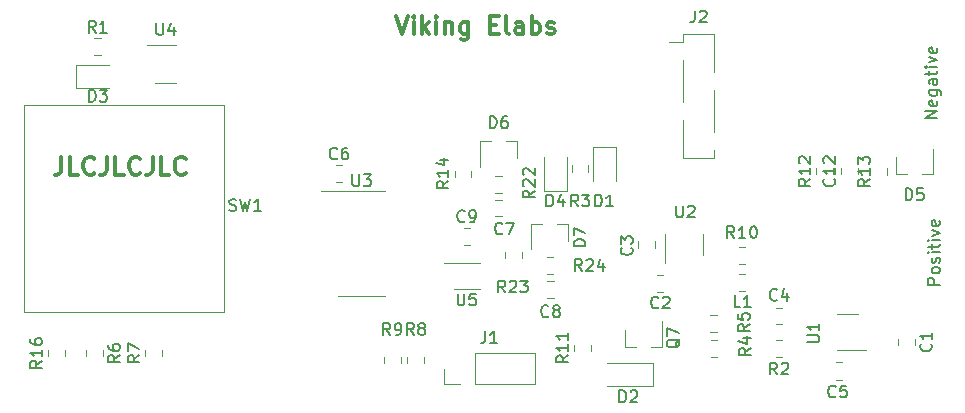
<source format=gbr>
G04 #@! TF.GenerationSoftware,KiCad,Pcbnew,(5.1.8)-1*
G04 #@! TF.CreationDate,2021-02-26T20:20:08+01:00*
G04 #@! TF.ProjectId,_Spot,b553706f-742e-46b6-9963-61645f706362,rev?*
G04 #@! TF.SameCoordinates,Original*
G04 #@! TF.FileFunction,Legend,Top*
G04 #@! TF.FilePolarity,Positive*
%FSLAX46Y46*%
G04 Gerber Fmt 4.6, Leading zero omitted, Abs format (unit mm)*
G04 Created by KiCad (PCBNEW (5.1.8)-1) date 2021-02-26 20:20:08*
%MOMM*%
%LPD*%
G01*
G04 APERTURE LIST*
%ADD10C,0.300000*%
%ADD11C,0.150000*%
%ADD12C,0.120000*%
G04 APERTURE END LIST*
D10*
X99700000Y-90878571D02*
X99700000Y-91950000D01*
X99628571Y-92164285D01*
X99485714Y-92307142D01*
X99271428Y-92378571D01*
X99128571Y-92378571D01*
X101128571Y-92378571D02*
X100414285Y-92378571D01*
X100414285Y-90878571D01*
X102485714Y-92235714D02*
X102414285Y-92307142D01*
X102200000Y-92378571D01*
X102057142Y-92378571D01*
X101842857Y-92307142D01*
X101700000Y-92164285D01*
X101628571Y-92021428D01*
X101557142Y-91735714D01*
X101557142Y-91521428D01*
X101628571Y-91235714D01*
X101700000Y-91092857D01*
X101842857Y-90950000D01*
X102057142Y-90878571D01*
X102200000Y-90878571D01*
X102414285Y-90950000D01*
X102485714Y-91021428D01*
X103557142Y-90878571D02*
X103557142Y-91950000D01*
X103485714Y-92164285D01*
X103342857Y-92307142D01*
X103128571Y-92378571D01*
X102985714Y-92378571D01*
X104985714Y-92378571D02*
X104271428Y-92378571D01*
X104271428Y-90878571D01*
X106342857Y-92235714D02*
X106271428Y-92307142D01*
X106057142Y-92378571D01*
X105914285Y-92378571D01*
X105700000Y-92307142D01*
X105557142Y-92164285D01*
X105485714Y-92021428D01*
X105414285Y-91735714D01*
X105414285Y-91521428D01*
X105485714Y-91235714D01*
X105557142Y-91092857D01*
X105700000Y-90950000D01*
X105914285Y-90878571D01*
X106057142Y-90878571D01*
X106271428Y-90950000D01*
X106342857Y-91021428D01*
X107414285Y-90878571D02*
X107414285Y-91950000D01*
X107342857Y-92164285D01*
X107200000Y-92307142D01*
X106985714Y-92378571D01*
X106842857Y-92378571D01*
X108842857Y-92378571D02*
X108128571Y-92378571D01*
X108128571Y-90878571D01*
X110200000Y-92235714D02*
X110128571Y-92307142D01*
X109914285Y-92378571D01*
X109771428Y-92378571D01*
X109557142Y-92307142D01*
X109414285Y-92164285D01*
X109342857Y-92021428D01*
X109271428Y-91735714D01*
X109271428Y-91521428D01*
X109342857Y-91235714D01*
X109414285Y-91092857D01*
X109557142Y-90950000D01*
X109771428Y-90878571D01*
X109914285Y-90878571D01*
X110128571Y-90950000D01*
X110200000Y-91021428D01*
X128014285Y-78978571D02*
X128514285Y-80478571D01*
X129014285Y-78978571D01*
X129514285Y-80478571D02*
X129514285Y-79478571D01*
X129514285Y-78978571D02*
X129442857Y-79050000D01*
X129514285Y-79121428D01*
X129585714Y-79050000D01*
X129514285Y-78978571D01*
X129514285Y-79121428D01*
X130228571Y-80478571D02*
X130228571Y-78978571D01*
X130371428Y-79907142D02*
X130800000Y-80478571D01*
X130800000Y-79478571D02*
X130228571Y-80050000D01*
X131442857Y-80478571D02*
X131442857Y-79478571D01*
X131442857Y-78978571D02*
X131371428Y-79050000D01*
X131442857Y-79121428D01*
X131514285Y-79050000D01*
X131442857Y-78978571D01*
X131442857Y-79121428D01*
X132157142Y-79478571D02*
X132157142Y-80478571D01*
X132157142Y-79621428D02*
X132228571Y-79550000D01*
X132371428Y-79478571D01*
X132585714Y-79478571D01*
X132728571Y-79550000D01*
X132800000Y-79692857D01*
X132800000Y-80478571D01*
X134157142Y-79478571D02*
X134157142Y-80692857D01*
X134085714Y-80835714D01*
X134014285Y-80907142D01*
X133871428Y-80978571D01*
X133657142Y-80978571D01*
X133514285Y-80907142D01*
X134157142Y-80407142D02*
X134014285Y-80478571D01*
X133728571Y-80478571D01*
X133585714Y-80407142D01*
X133514285Y-80335714D01*
X133442857Y-80192857D01*
X133442857Y-79764285D01*
X133514285Y-79621428D01*
X133585714Y-79550000D01*
X133728571Y-79478571D01*
X134014285Y-79478571D01*
X134157142Y-79550000D01*
X136014285Y-79692857D02*
X136514285Y-79692857D01*
X136728571Y-80478571D02*
X136014285Y-80478571D01*
X136014285Y-78978571D01*
X136728571Y-78978571D01*
X137585714Y-80478571D02*
X137442857Y-80407142D01*
X137371428Y-80264285D01*
X137371428Y-78978571D01*
X138800000Y-80478571D02*
X138800000Y-79692857D01*
X138728571Y-79550000D01*
X138585714Y-79478571D01*
X138300000Y-79478571D01*
X138157142Y-79550000D01*
X138800000Y-80407142D02*
X138657142Y-80478571D01*
X138300000Y-80478571D01*
X138157142Y-80407142D01*
X138085714Y-80264285D01*
X138085714Y-80121428D01*
X138157142Y-79978571D01*
X138300000Y-79907142D01*
X138657142Y-79907142D01*
X138800000Y-79835714D01*
X139514285Y-80478571D02*
X139514285Y-78978571D01*
X139514285Y-79550000D02*
X139657142Y-79478571D01*
X139942857Y-79478571D01*
X140085714Y-79550000D01*
X140157142Y-79621428D01*
X140228571Y-79764285D01*
X140228571Y-80192857D01*
X140157142Y-80335714D01*
X140085714Y-80407142D01*
X139942857Y-80478571D01*
X139657142Y-80478571D01*
X139514285Y-80407142D01*
X140800000Y-80407142D02*
X140942857Y-80478571D01*
X141228571Y-80478571D01*
X141371428Y-80407142D01*
X141442857Y-80264285D01*
X141442857Y-80192857D01*
X141371428Y-80050000D01*
X141228571Y-79978571D01*
X141014285Y-79978571D01*
X140871428Y-79907142D01*
X140800000Y-79764285D01*
X140800000Y-79692857D01*
X140871428Y-79550000D01*
X141014285Y-79478571D01*
X141228571Y-79478571D01*
X141371428Y-79550000D01*
D11*
X173852380Y-87552380D02*
X172852380Y-87552380D01*
X173852380Y-86980952D01*
X172852380Y-86980952D01*
X173804761Y-86123809D02*
X173852380Y-86219047D01*
X173852380Y-86409523D01*
X173804761Y-86504761D01*
X173709523Y-86552380D01*
X173328571Y-86552380D01*
X173233333Y-86504761D01*
X173185714Y-86409523D01*
X173185714Y-86219047D01*
X173233333Y-86123809D01*
X173328571Y-86076190D01*
X173423809Y-86076190D01*
X173519047Y-86552380D01*
X173185714Y-85219047D02*
X173995238Y-85219047D01*
X174090476Y-85266666D01*
X174138095Y-85314285D01*
X174185714Y-85409523D01*
X174185714Y-85552380D01*
X174138095Y-85647619D01*
X173804761Y-85219047D02*
X173852380Y-85314285D01*
X173852380Y-85504761D01*
X173804761Y-85600000D01*
X173757142Y-85647619D01*
X173661904Y-85695238D01*
X173376190Y-85695238D01*
X173280952Y-85647619D01*
X173233333Y-85600000D01*
X173185714Y-85504761D01*
X173185714Y-85314285D01*
X173233333Y-85219047D01*
X173852380Y-84314285D02*
X173328571Y-84314285D01*
X173233333Y-84361904D01*
X173185714Y-84457142D01*
X173185714Y-84647619D01*
X173233333Y-84742857D01*
X173804761Y-84314285D02*
X173852380Y-84409523D01*
X173852380Y-84647619D01*
X173804761Y-84742857D01*
X173709523Y-84790476D01*
X173614285Y-84790476D01*
X173519047Y-84742857D01*
X173471428Y-84647619D01*
X173471428Y-84409523D01*
X173423809Y-84314285D01*
X173185714Y-83980952D02*
X173185714Y-83600000D01*
X172852380Y-83838095D02*
X173709523Y-83838095D01*
X173804761Y-83790476D01*
X173852380Y-83695238D01*
X173852380Y-83600000D01*
X173852380Y-83266666D02*
X173185714Y-83266666D01*
X172852380Y-83266666D02*
X172900000Y-83314285D01*
X172947619Y-83266666D01*
X172900000Y-83219047D01*
X172852380Y-83266666D01*
X172947619Y-83266666D01*
X173185714Y-82885714D02*
X173852380Y-82647619D01*
X173185714Y-82409523D01*
X173804761Y-81647619D02*
X173852380Y-81742857D01*
X173852380Y-81933333D01*
X173804761Y-82028571D01*
X173709523Y-82076190D01*
X173328571Y-82076190D01*
X173233333Y-82028571D01*
X173185714Y-81933333D01*
X173185714Y-81742857D01*
X173233333Y-81647619D01*
X173328571Y-81600000D01*
X173423809Y-81600000D01*
X173519047Y-82076190D01*
X174052380Y-101690476D02*
X173052380Y-101690476D01*
X173052380Y-101309523D01*
X173100000Y-101214285D01*
X173147619Y-101166666D01*
X173242857Y-101119047D01*
X173385714Y-101119047D01*
X173480952Y-101166666D01*
X173528571Y-101214285D01*
X173576190Y-101309523D01*
X173576190Y-101690476D01*
X174052380Y-100547619D02*
X174004761Y-100642857D01*
X173957142Y-100690476D01*
X173861904Y-100738095D01*
X173576190Y-100738095D01*
X173480952Y-100690476D01*
X173433333Y-100642857D01*
X173385714Y-100547619D01*
X173385714Y-100404761D01*
X173433333Y-100309523D01*
X173480952Y-100261904D01*
X173576190Y-100214285D01*
X173861904Y-100214285D01*
X173957142Y-100261904D01*
X174004761Y-100309523D01*
X174052380Y-100404761D01*
X174052380Y-100547619D01*
X174004761Y-99833333D02*
X174052380Y-99738095D01*
X174052380Y-99547619D01*
X174004761Y-99452380D01*
X173909523Y-99404761D01*
X173861904Y-99404761D01*
X173766666Y-99452380D01*
X173719047Y-99547619D01*
X173719047Y-99690476D01*
X173671428Y-99785714D01*
X173576190Y-99833333D01*
X173528571Y-99833333D01*
X173433333Y-99785714D01*
X173385714Y-99690476D01*
X173385714Y-99547619D01*
X173433333Y-99452380D01*
X174052380Y-98976190D02*
X173385714Y-98976190D01*
X173052380Y-98976190D02*
X173100000Y-99023809D01*
X173147619Y-98976190D01*
X173100000Y-98928571D01*
X173052380Y-98976190D01*
X173147619Y-98976190D01*
X173385714Y-98642857D02*
X173385714Y-98261904D01*
X173052380Y-98500000D02*
X173909523Y-98500000D01*
X174004761Y-98452380D01*
X174052380Y-98357142D01*
X174052380Y-98261904D01*
X174052380Y-97928571D02*
X173385714Y-97928571D01*
X173052380Y-97928571D02*
X173100000Y-97976190D01*
X173147619Y-97928571D01*
X173100000Y-97880952D01*
X173052380Y-97928571D01*
X173147619Y-97928571D01*
X173385714Y-97547619D02*
X174052380Y-97309523D01*
X173385714Y-97071428D01*
X174004761Y-96309523D02*
X174052380Y-96404761D01*
X174052380Y-96595238D01*
X174004761Y-96690476D01*
X173909523Y-96738095D01*
X173528571Y-96738095D01*
X173433333Y-96690476D01*
X173385714Y-96595238D01*
X173385714Y-96404761D01*
X173433333Y-96309523D01*
X173528571Y-96261904D01*
X173623809Y-96261904D01*
X173719047Y-96738095D01*
D12*
X109400000Y-81390000D02*
X106950000Y-81390000D01*
X107600000Y-84610000D02*
X109400000Y-84610000D01*
X147420000Y-106960000D02*
X147420000Y-105500000D01*
X150580000Y-106960000D02*
X150580000Y-104800000D01*
X150580000Y-106960000D02*
X149650000Y-106960000D01*
X147420000Y-106960000D02*
X148350000Y-106960000D01*
X106790000Y-107773752D02*
X106790000Y-107251248D01*
X108210000Y-107773752D02*
X108210000Y-107251248D01*
X101790000Y-107773752D02*
X101790000Y-107251248D01*
X103210000Y-107773752D02*
X103210000Y-107251248D01*
X125100000Y-102635000D02*
X127050000Y-102635000D01*
X125100000Y-102635000D02*
X123150000Y-102635000D01*
X125100000Y-93765000D02*
X127050000Y-93765000D01*
X125100000Y-93765000D02*
X121650000Y-93765000D01*
X135100000Y-102100000D02*
X132900000Y-102100000D01*
X135100000Y-99900000D02*
X132100000Y-99900000D01*
X140788748Y-99340000D02*
X141311252Y-99340000D01*
X140788748Y-100760000D02*
X141311252Y-100760000D01*
X138710000Y-98913748D02*
X138710000Y-99436252D01*
X137290000Y-98913748D02*
X137290000Y-99436252D01*
X136438748Y-92490000D02*
X136961252Y-92490000D01*
X136438748Y-93910000D02*
X136961252Y-93910000D01*
X132990000Y-92561252D02*
X132990000Y-92038748D01*
X134410000Y-92561252D02*
X134410000Y-92038748D01*
X139810000Y-110130000D02*
X139810000Y-107470000D01*
X134670000Y-110130000D02*
X139810000Y-110130000D01*
X134670000Y-107470000D02*
X139810000Y-107470000D01*
X134670000Y-110130000D02*
X134670000Y-107470000D01*
X133400000Y-110130000D02*
X132070000Y-110130000D01*
X132070000Y-110130000D02*
X132070000Y-108800000D01*
X142580000Y-96540000D02*
X141650000Y-96540000D01*
X139420000Y-96540000D02*
X140350000Y-96540000D01*
X139420000Y-96540000D02*
X139420000Y-98700000D01*
X142580000Y-96540000D02*
X142580000Y-98000000D01*
X138280000Y-89540000D02*
X137350000Y-89540000D01*
X135120000Y-89540000D02*
X136050000Y-89540000D01*
X135120000Y-89540000D02*
X135120000Y-91700000D01*
X138280000Y-89540000D02*
X138280000Y-91000000D01*
X133738748Y-96890000D02*
X134261252Y-96890000D01*
X133738748Y-98310000D02*
X134261252Y-98310000D01*
X140838748Y-101390000D02*
X141361252Y-101390000D01*
X140838748Y-102810000D02*
X141361252Y-102810000D01*
X136438748Y-94490000D02*
X136961252Y-94490000D01*
X136438748Y-95910000D02*
X136961252Y-95910000D01*
X165238748Y-108265000D02*
X165761252Y-108265000D01*
X165238748Y-109735000D02*
X165761252Y-109735000D01*
X171985000Y-106288748D02*
X171985000Y-106811252D01*
X170515000Y-106288748D02*
X170515000Y-106811252D01*
X154010000Y-99200000D02*
X154010000Y-97400000D01*
X150790000Y-97400000D02*
X150790000Y-99850000D01*
X143065000Y-107277064D02*
X143065000Y-106822936D01*
X144535000Y-107277064D02*
X144535000Y-106822936D01*
X149750000Y-110300000D02*
X149750000Y-108300000D01*
X149750000Y-108300000D02*
X145900000Y-108300000D01*
X149750000Y-110300000D02*
X145900000Y-110300000D01*
X167130000Y-104190000D02*
X165370000Y-104190000D01*
X165370000Y-107260000D02*
X167800000Y-107260000D01*
X157088748Y-98540000D02*
X157611252Y-98540000D01*
X157088748Y-99960000D02*
X157611252Y-99960000D01*
X140540000Y-90870000D02*
X140540000Y-93730000D01*
X140540000Y-93730000D02*
X142460000Y-93730000D01*
X142460000Y-93730000D02*
X142460000Y-90870000D01*
X103762500Y-83090000D02*
X100902500Y-83090000D01*
X100902500Y-83090000D02*
X100902500Y-85010000D01*
X100902500Y-85010000D02*
X103762500Y-85010000D01*
X146620000Y-92920000D02*
X146620000Y-90060000D01*
X146620000Y-90060000D02*
X144700000Y-90060000D01*
X144700000Y-90060000D02*
X144700000Y-92920000D01*
X160188748Y-106390000D02*
X160711252Y-106390000D01*
X160188748Y-107810000D02*
X160711252Y-107810000D01*
X96500000Y-95000000D02*
X96500000Y-86500000D01*
X96500000Y-86500000D02*
X113500000Y-86500000D01*
X113500000Y-86500000D02*
X113500000Y-104000000D01*
X113500000Y-104000000D02*
X96500000Y-104000000D01*
X96500000Y-104000000D02*
X96500000Y-95000000D01*
X99960000Y-107238748D02*
X99960000Y-107761252D01*
X98540000Y-107238748D02*
X98540000Y-107761252D01*
X168190000Y-92373752D02*
X168190000Y-91851248D01*
X169610000Y-92373752D02*
X169610000Y-91851248D01*
X163590000Y-92361252D02*
X163590000Y-91838748D01*
X165010000Y-92361252D02*
X165010000Y-91838748D01*
X126990000Y-108361252D02*
X126990000Y-107838748D01*
X128410000Y-108361252D02*
X128410000Y-107838748D01*
X128990000Y-108361252D02*
X128990000Y-107838748D01*
X130410000Y-108361252D02*
X130410000Y-107838748D01*
X155161252Y-105710000D02*
X154638748Y-105710000D01*
X155161252Y-104290000D02*
X154638748Y-104290000D01*
X154688748Y-106390000D02*
X155211252Y-106390000D01*
X154688748Y-107810000D02*
X155211252Y-107810000D01*
X142900000Y-92131252D02*
X142900000Y-91608748D01*
X144320000Y-92131252D02*
X144320000Y-91608748D01*
X102488748Y-80840000D02*
X103011252Y-80840000D01*
X102488748Y-82260000D02*
X103011252Y-82260000D01*
X157611252Y-102210000D02*
X157088748Y-102210000D01*
X157611252Y-100790000D02*
X157088748Y-100790000D01*
X152320000Y-80490000D02*
X154980000Y-80490000D01*
X154980000Y-80490000D02*
X154980000Y-83700000D01*
X154980000Y-85220000D02*
X154980000Y-88780000D01*
X154980000Y-90300000D02*
X154980000Y-90970000D01*
X152320000Y-90970000D02*
X154980000Y-90970000D01*
X152320000Y-80490000D02*
X152320000Y-81160000D01*
X152320000Y-82680000D02*
X152320000Y-86240000D01*
X152320000Y-87760000D02*
X152320000Y-90970000D01*
X151110000Y-81160000D02*
X152320000Y-81160000D01*
X165690000Y-92361252D02*
X165690000Y-91838748D01*
X167110000Y-92361252D02*
X167110000Y-91838748D01*
X122938748Y-91590000D02*
X123461252Y-91590000D01*
X122938748Y-93010000D02*
X123461252Y-93010000D01*
X160711252Y-105060000D02*
X160188748Y-105060000D01*
X160711252Y-103640000D02*
X160188748Y-103640000D01*
X149960000Y-98038748D02*
X149960000Y-98561252D01*
X148540000Y-98038748D02*
X148540000Y-98561252D01*
X150661252Y-102310000D02*
X150138748Y-102310000D01*
X150661252Y-100890000D02*
X150138748Y-100890000D01*
X170320000Y-92360000D02*
X171250000Y-92360000D01*
X173480000Y-92360000D02*
X172550000Y-92360000D01*
X173480000Y-92360000D02*
X173480000Y-90200000D01*
X170320000Y-92360000D02*
X170320000Y-90900000D01*
D11*
X107738095Y-79552380D02*
X107738095Y-80361904D01*
X107785714Y-80457142D01*
X107833333Y-80504761D01*
X107928571Y-80552380D01*
X108119047Y-80552380D01*
X108214285Y-80504761D01*
X108261904Y-80457142D01*
X108309523Y-80361904D01*
X108309523Y-79552380D01*
X109214285Y-79885714D02*
X109214285Y-80552380D01*
X108976190Y-79504761D02*
X108738095Y-80219047D01*
X109357142Y-80219047D01*
X152047619Y-106295238D02*
X152000000Y-106390476D01*
X151904761Y-106485714D01*
X151761904Y-106628571D01*
X151714285Y-106723809D01*
X151714285Y-106819047D01*
X151952380Y-106771428D02*
X151904761Y-106866666D01*
X151809523Y-106961904D01*
X151619047Y-107009523D01*
X151285714Y-107009523D01*
X151095238Y-106961904D01*
X151000000Y-106866666D01*
X150952380Y-106771428D01*
X150952380Y-106580952D01*
X151000000Y-106485714D01*
X151095238Y-106390476D01*
X151285714Y-106342857D01*
X151619047Y-106342857D01*
X151809523Y-106390476D01*
X151904761Y-106485714D01*
X151952380Y-106580952D01*
X151952380Y-106771428D01*
X150952380Y-106009523D02*
X150952380Y-105342857D01*
X151952380Y-105771428D01*
X106302380Y-107679166D02*
X105826190Y-108012500D01*
X106302380Y-108250595D02*
X105302380Y-108250595D01*
X105302380Y-107869642D01*
X105350000Y-107774404D01*
X105397619Y-107726785D01*
X105492857Y-107679166D01*
X105635714Y-107679166D01*
X105730952Y-107726785D01*
X105778571Y-107774404D01*
X105826190Y-107869642D01*
X105826190Y-108250595D01*
X105302380Y-107345833D02*
X105302380Y-106679166D01*
X106302380Y-107107738D01*
X104652380Y-107666666D02*
X104176190Y-108000000D01*
X104652380Y-108238095D02*
X103652380Y-108238095D01*
X103652380Y-107857142D01*
X103700000Y-107761904D01*
X103747619Y-107714285D01*
X103842857Y-107666666D01*
X103985714Y-107666666D01*
X104080952Y-107714285D01*
X104128571Y-107761904D01*
X104176190Y-107857142D01*
X104176190Y-108238095D01*
X103652380Y-106809523D02*
X103652380Y-107000000D01*
X103700000Y-107095238D01*
X103747619Y-107142857D01*
X103890476Y-107238095D01*
X104080952Y-107285714D01*
X104461904Y-107285714D01*
X104557142Y-107238095D01*
X104604761Y-107190476D01*
X104652380Y-107095238D01*
X104652380Y-106904761D01*
X104604761Y-106809523D01*
X104557142Y-106761904D01*
X104461904Y-106714285D01*
X104223809Y-106714285D01*
X104128571Y-106761904D01*
X104080952Y-106809523D01*
X104033333Y-106904761D01*
X104033333Y-107095238D01*
X104080952Y-107190476D01*
X104128571Y-107238095D01*
X104223809Y-107285714D01*
X124338095Y-92372380D02*
X124338095Y-93181904D01*
X124385714Y-93277142D01*
X124433333Y-93324761D01*
X124528571Y-93372380D01*
X124719047Y-93372380D01*
X124814285Y-93324761D01*
X124861904Y-93277142D01*
X124909523Y-93181904D01*
X124909523Y-92372380D01*
X125290476Y-92372380D02*
X125909523Y-92372380D01*
X125576190Y-92753333D01*
X125719047Y-92753333D01*
X125814285Y-92800952D01*
X125861904Y-92848571D01*
X125909523Y-92943809D01*
X125909523Y-93181904D01*
X125861904Y-93277142D01*
X125814285Y-93324761D01*
X125719047Y-93372380D01*
X125433333Y-93372380D01*
X125338095Y-93324761D01*
X125290476Y-93277142D01*
X133238095Y-102452380D02*
X133238095Y-103261904D01*
X133285714Y-103357142D01*
X133333333Y-103404761D01*
X133428571Y-103452380D01*
X133619047Y-103452380D01*
X133714285Y-103404761D01*
X133761904Y-103357142D01*
X133809523Y-103261904D01*
X133809523Y-102452380D01*
X134761904Y-102452380D02*
X134285714Y-102452380D01*
X134238095Y-102928571D01*
X134285714Y-102880952D01*
X134380952Y-102833333D01*
X134619047Y-102833333D01*
X134714285Y-102880952D01*
X134761904Y-102928571D01*
X134809523Y-103023809D01*
X134809523Y-103261904D01*
X134761904Y-103357142D01*
X134714285Y-103404761D01*
X134619047Y-103452380D01*
X134380952Y-103452380D01*
X134285714Y-103404761D01*
X134238095Y-103357142D01*
X143757142Y-100552380D02*
X143423809Y-100076190D01*
X143185714Y-100552380D02*
X143185714Y-99552380D01*
X143566666Y-99552380D01*
X143661904Y-99600000D01*
X143709523Y-99647619D01*
X143757142Y-99742857D01*
X143757142Y-99885714D01*
X143709523Y-99980952D01*
X143661904Y-100028571D01*
X143566666Y-100076190D01*
X143185714Y-100076190D01*
X144138095Y-99647619D02*
X144185714Y-99600000D01*
X144280952Y-99552380D01*
X144519047Y-99552380D01*
X144614285Y-99600000D01*
X144661904Y-99647619D01*
X144709523Y-99742857D01*
X144709523Y-99838095D01*
X144661904Y-99980952D01*
X144090476Y-100552380D01*
X144709523Y-100552380D01*
X145566666Y-99885714D02*
X145566666Y-100552380D01*
X145328571Y-99504761D02*
X145090476Y-100219047D01*
X145709523Y-100219047D01*
X137257142Y-102352380D02*
X136923809Y-101876190D01*
X136685714Y-102352380D02*
X136685714Y-101352380D01*
X137066666Y-101352380D01*
X137161904Y-101400000D01*
X137209523Y-101447619D01*
X137257142Y-101542857D01*
X137257142Y-101685714D01*
X137209523Y-101780952D01*
X137161904Y-101828571D01*
X137066666Y-101876190D01*
X136685714Y-101876190D01*
X137638095Y-101447619D02*
X137685714Y-101400000D01*
X137780952Y-101352380D01*
X138019047Y-101352380D01*
X138114285Y-101400000D01*
X138161904Y-101447619D01*
X138209523Y-101542857D01*
X138209523Y-101638095D01*
X138161904Y-101780952D01*
X137590476Y-102352380D01*
X138209523Y-102352380D01*
X138542857Y-101352380D02*
X139161904Y-101352380D01*
X138828571Y-101733333D01*
X138971428Y-101733333D01*
X139066666Y-101780952D01*
X139114285Y-101828571D01*
X139161904Y-101923809D01*
X139161904Y-102161904D01*
X139114285Y-102257142D01*
X139066666Y-102304761D01*
X138971428Y-102352380D01*
X138685714Y-102352380D01*
X138590476Y-102304761D01*
X138542857Y-102257142D01*
X139752380Y-93742857D02*
X139276190Y-94076190D01*
X139752380Y-94314285D02*
X138752380Y-94314285D01*
X138752380Y-93933333D01*
X138800000Y-93838095D01*
X138847619Y-93790476D01*
X138942857Y-93742857D01*
X139085714Y-93742857D01*
X139180952Y-93790476D01*
X139228571Y-93838095D01*
X139276190Y-93933333D01*
X139276190Y-94314285D01*
X138847619Y-93361904D02*
X138800000Y-93314285D01*
X138752380Y-93219047D01*
X138752380Y-92980952D01*
X138800000Y-92885714D01*
X138847619Y-92838095D01*
X138942857Y-92790476D01*
X139038095Y-92790476D01*
X139180952Y-92838095D01*
X139752380Y-93409523D01*
X139752380Y-92790476D01*
X138847619Y-92409523D02*
X138800000Y-92361904D01*
X138752380Y-92266666D01*
X138752380Y-92028571D01*
X138800000Y-91933333D01*
X138847619Y-91885714D01*
X138942857Y-91838095D01*
X139038095Y-91838095D01*
X139180952Y-91885714D01*
X139752380Y-92457142D01*
X139752380Y-91838095D01*
X132452380Y-92942857D02*
X131976190Y-93276190D01*
X132452380Y-93514285D02*
X131452380Y-93514285D01*
X131452380Y-93133333D01*
X131500000Y-93038095D01*
X131547619Y-92990476D01*
X131642857Y-92942857D01*
X131785714Y-92942857D01*
X131880952Y-92990476D01*
X131928571Y-93038095D01*
X131976190Y-93133333D01*
X131976190Y-93514285D01*
X132452380Y-91990476D02*
X132452380Y-92561904D01*
X132452380Y-92276190D02*
X131452380Y-92276190D01*
X131595238Y-92371428D01*
X131690476Y-92466666D01*
X131738095Y-92561904D01*
X131785714Y-91133333D02*
X132452380Y-91133333D01*
X131404761Y-91371428D02*
X132119047Y-91609523D01*
X132119047Y-90990476D01*
X135566666Y-105652380D02*
X135566666Y-106366666D01*
X135519047Y-106509523D01*
X135423809Y-106604761D01*
X135280952Y-106652380D01*
X135185714Y-106652380D01*
X136566666Y-106652380D02*
X135995238Y-106652380D01*
X136280952Y-106652380D02*
X136280952Y-105652380D01*
X136185714Y-105795238D01*
X136090476Y-105890476D01*
X135995238Y-105938095D01*
X144052380Y-98438095D02*
X143052380Y-98438095D01*
X143052380Y-98200000D01*
X143100000Y-98057142D01*
X143195238Y-97961904D01*
X143290476Y-97914285D01*
X143480952Y-97866666D01*
X143623809Y-97866666D01*
X143814285Y-97914285D01*
X143909523Y-97961904D01*
X144004761Y-98057142D01*
X144052380Y-98200000D01*
X144052380Y-98438095D01*
X143052380Y-97533333D02*
X143052380Y-96866666D01*
X144052380Y-97295238D01*
X135961904Y-88452380D02*
X135961904Y-87452380D01*
X136200000Y-87452380D01*
X136342857Y-87500000D01*
X136438095Y-87595238D01*
X136485714Y-87690476D01*
X136533333Y-87880952D01*
X136533333Y-88023809D01*
X136485714Y-88214285D01*
X136438095Y-88309523D01*
X136342857Y-88404761D01*
X136200000Y-88452380D01*
X135961904Y-88452380D01*
X137390476Y-87452380D02*
X137200000Y-87452380D01*
X137104761Y-87500000D01*
X137057142Y-87547619D01*
X136961904Y-87690476D01*
X136914285Y-87880952D01*
X136914285Y-88261904D01*
X136961904Y-88357142D01*
X137009523Y-88404761D01*
X137104761Y-88452380D01*
X137295238Y-88452380D01*
X137390476Y-88404761D01*
X137438095Y-88357142D01*
X137485714Y-88261904D01*
X137485714Y-88023809D01*
X137438095Y-87928571D01*
X137390476Y-87880952D01*
X137295238Y-87833333D01*
X137104761Y-87833333D01*
X137009523Y-87880952D01*
X136961904Y-87928571D01*
X136914285Y-88023809D01*
X133833333Y-96307142D02*
X133785714Y-96354761D01*
X133642857Y-96402380D01*
X133547619Y-96402380D01*
X133404761Y-96354761D01*
X133309523Y-96259523D01*
X133261904Y-96164285D01*
X133214285Y-95973809D01*
X133214285Y-95830952D01*
X133261904Y-95640476D01*
X133309523Y-95545238D01*
X133404761Y-95450000D01*
X133547619Y-95402380D01*
X133642857Y-95402380D01*
X133785714Y-95450000D01*
X133833333Y-95497619D01*
X134309523Y-96402380D02*
X134500000Y-96402380D01*
X134595238Y-96354761D01*
X134642857Y-96307142D01*
X134738095Y-96164285D01*
X134785714Y-95973809D01*
X134785714Y-95592857D01*
X134738095Y-95497619D01*
X134690476Y-95450000D01*
X134595238Y-95402380D01*
X134404761Y-95402380D01*
X134309523Y-95450000D01*
X134261904Y-95497619D01*
X134214285Y-95592857D01*
X134214285Y-95830952D01*
X134261904Y-95926190D01*
X134309523Y-95973809D01*
X134404761Y-96021428D01*
X134595238Y-96021428D01*
X134690476Y-95973809D01*
X134738095Y-95926190D01*
X134785714Y-95830952D01*
X140933333Y-104357142D02*
X140885714Y-104404761D01*
X140742857Y-104452380D01*
X140647619Y-104452380D01*
X140504761Y-104404761D01*
X140409523Y-104309523D01*
X140361904Y-104214285D01*
X140314285Y-104023809D01*
X140314285Y-103880952D01*
X140361904Y-103690476D01*
X140409523Y-103595238D01*
X140504761Y-103500000D01*
X140647619Y-103452380D01*
X140742857Y-103452380D01*
X140885714Y-103500000D01*
X140933333Y-103547619D01*
X141504761Y-103880952D02*
X141409523Y-103833333D01*
X141361904Y-103785714D01*
X141314285Y-103690476D01*
X141314285Y-103642857D01*
X141361904Y-103547619D01*
X141409523Y-103500000D01*
X141504761Y-103452380D01*
X141695238Y-103452380D01*
X141790476Y-103500000D01*
X141838095Y-103547619D01*
X141885714Y-103642857D01*
X141885714Y-103690476D01*
X141838095Y-103785714D01*
X141790476Y-103833333D01*
X141695238Y-103880952D01*
X141504761Y-103880952D01*
X141409523Y-103928571D01*
X141361904Y-103976190D01*
X141314285Y-104071428D01*
X141314285Y-104261904D01*
X141361904Y-104357142D01*
X141409523Y-104404761D01*
X141504761Y-104452380D01*
X141695238Y-104452380D01*
X141790476Y-104404761D01*
X141838095Y-104357142D01*
X141885714Y-104261904D01*
X141885714Y-104071428D01*
X141838095Y-103976190D01*
X141790476Y-103928571D01*
X141695238Y-103880952D01*
X137033333Y-97357142D02*
X136985714Y-97404761D01*
X136842857Y-97452380D01*
X136747619Y-97452380D01*
X136604761Y-97404761D01*
X136509523Y-97309523D01*
X136461904Y-97214285D01*
X136414285Y-97023809D01*
X136414285Y-96880952D01*
X136461904Y-96690476D01*
X136509523Y-96595238D01*
X136604761Y-96500000D01*
X136747619Y-96452380D01*
X136842857Y-96452380D01*
X136985714Y-96500000D01*
X137033333Y-96547619D01*
X137366666Y-96452380D02*
X138033333Y-96452380D01*
X137604761Y-97452380D01*
X165233333Y-111157142D02*
X165185714Y-111204761D01*
X165042857Y-111252380D01*
X164947619Y-111252380D01*
X164804761Y-111204761D01*
X164709523Y-111109523D01*
X164661904Y-111014285D01*
X164614285Y-110823809D01*
X164614285Y-110680952D01*
X164661904Y-110490476D01*
X164709523Y-110395238D01*
X164804761Y-110300000D01*
X164947619Y-110252380D01*
X165042857Y-110252380D01*
X165185714Y-110300000D01*
X165233333Y-110347619D01*
X166138095Y-110252380D02*
X165661904Y-110252380D01*
X165614285Y-110728571D01*
X165661904Y-110680952D01*
X165757142Y-110633333D01*
X165995238Y-110633333D01*
X166090476Y-110680952D01*
X166138095Y-110728571D01*
X166185714Y-110823809D01*
X166185714Y-111061904D01*
X166138095Y-111157142D01*
X166090476Y-111204761D01*
X165995238Y-111252380D01*
X165757142Y-111252380D01*
X165661904Y-111204761D01*
X165614285Y-111157142D01*
X173287142Y-106716666D02*
X173334761Y-106764285D01*
X173382380Y-106907142D01*
X173382380Y-107002380D01*
X173334761Y-107145238D01*
X173239523Y-107240476D01*
X173144285Y-107288095D01*
X172953809Y-107335714D01*
X172810952Y-107335714D01*
X172620476Y-107288095D01*
X172525238Y-107240476D01*
X172430000Y-107145238D01*
X172382380Y-107002380D01*
X172382380Y-106907142D01*
X172430000Y-106764285D01*
X172477619Y-106716666D01*
X173382380Y-105764285D02*
X173382380Y-106335714D01*
X173382380Y-106050000D02*
X172382380Y-106050000D01*
X172525238Y-106145238D01*
X172620476Y-106240476D01*
X172668095Y-106335714D01*
X151738095Y-95002380D02*
X151738095Y-95811904D01*
X151785714Y-95907142D01*
X151833333Y-95954761D01*
X151928571Y-96002380D01*
X152119047Y-96002380D01*
X152214285Y-95954761D01*
X152261904Y-95907142D01*
X152309523Y-95811904D01*
X152309523Y-95002380D01*
X152738095Y-95097619D02*
X152785714Y-95050000D01*
X152880952Y-95002380D01*
X153119047Y-95002380D01*
X153214285Y-95050000D01*
X153261904Y-95097619D01*
X153309523Y-95192857D01*
X153309523Y-95288095D01*
X153261904Y-95430952D01*
X152690476Y-96002380D01*
X153309523Y-96002380D01*
X142602380Y-107692857D02*
X142126190Y-108026190D01*
X142602380Y-108264285D02*
X141602380Y-108264285D01*
X141602380Y-107883333D01*
X141650000Y-107788095D01*
X141697619Y-107740476D01*
X141792857Y-107692857D01*
X141935714Y-107692857D01*
X142030952Y-107740476D01*
X142078571Y-107788095D01*
X142126190Y-107883333D01*
X142126190Y-108264285D01*
X142602380Y-106740476D02*
X142602380Y-107311904D01*
X142602380Y-107026190D02*
X141602380Y-107026190D01*
X141745238Y-107121428D01*
X141840476Y-107216666D01*
X141888095Y-107311904D01*
X142602380Y-105788095D02*
X142602380Y-106359523D01*
X142602380Y-106073809D02*
X141602380Y-106073809D01*
X141745238Y-106169047D01*
X141840476Y-106264285D01*
X141888095Y-106359523D01*
X146938904Y-111657380D02*
X146938904Y-110657380D01*
X147177000Y-110657380D01*
X147319857Y-110705000D01*
X147415095Y-110800238D01*
X147462714Y-110895476D01*
X147510333Y-111085952D01*
X147510333Y-111228809D01*
X147462714Y-111419285D01*
X147415095Y-111514523D01*
X147319857Y-111609761D01*
X147177000Y-111657380D01*
X146938904Y-111657380D01*
X147891285Y-110752619D02*
X147938904Y-110705000D01*
X148034142Y-110657380D01*
X148272238Y-110657380D01*
X148367476Y-110705000D01*
X148415095Y-110752619D01*
X148462714Y-110847857D01*
X148462714Y-110943095D01*
X148415095Y-111085952D01*
X147843666Y-111657380D01*
X148462714Y-111657380D01*
X162852380Y-106561904D02*
X163661904Y-106561904D01*
X163757142Y-106514285D01*
X163804761Y-106466666D01*
X163852380Y-106371428D01*
X163852380Y-106180952D01*
X163804761Y-106085714D01*
X163757142Y-106038095D01*
X163661904Y-105990476D01*
X162852380Y-105990476D01*
X163852380Y-104990476D02*
X163852380Y-105561904D01*
X163852380Y-105276190D02*
X162852380Y-105276190D01*
X162995238Y-105371428D01*
X163090476Y-105466666D01*
X163138095Y-105561904D01*
X156657142Y-97752380D02*
X156323809Y-97276190D01*
X156085714Y-97752380D02*
X156085714Y-96752380D01*
X156466666Y-96752380D01*
X156561904Y-96800000D01*
X156609523Y-96847619D01*
X156657142Y-96942857D01*
X156657142Y-97085714D01*
X156609523Y-97180952D01*
X156561904Y-97228571D01*
X156466666Y-97276190D01*
X156085714Y-97276190D01*
X157609523Y-97752380D02*
X157038095Y-97752380D01*
X157323809Y-97752380D02*
X157323809Y-96752380D01*
X157228571Y-96895238D01*
X157133333Y-96990476D01*
X157038095Y-97038095D01*
X158228571Y-96752380D02*
X158323809Y-96752380D01*
X158419047Y-96800000D01*
X158466666Y-96847619D01*
X158514285Y-96942857D01*
X158561904Y-97133333D01*
X158561904Y-97371428D01*
X158514285Y-97561904D01*
X158466666Y-97657142D01*
X158419047Y-97704761D01*
X158323809Y-97752380D01*
X158228571Y-97752380D01*
X158133333Y-97704761D01*
X158085714Y-97657142D01*
X158038095Y-97561904D01*
X157990476Y-97371428D01*
X157990476Y-97133333D01*
X158038095Y-96942857D01*
X158085714Y-96847619D01*
X158133333Y-96800000D01*
X158228571Y-96752380D01*
X140761904Y-95072380D02*
X140761904Y-94072380D01*
X141000000Y-94072380D01*
X141142857Y-94120000D01*
X141238095Y-94215238D01*
X141285714Y-94310476D01*
X141333333Y-94500952D01*
X141333333Y-94643809D01*
X141285714Y-94834285D01*
X141238095Y-94929523D01*
X141142857Y-95024761D01*
X141000000Y-95072380D01*
X140761904Y-95072380D01*
X142190476Y-94405714D02*
X142190476Y-95072380D01*
X141952380Y-94024761D02*
X141714285Y-94739047D01*
X142333333Y-94739047D01*
X102024404Y-86202380D02*
X102024404Y-85202380D01*
X102262500Y-85202380D01*
X102405357Y-85250000D01*
X102500595Y-85345238D01*
X102548214Y-85440476D01*
X102595833Y-85630952D01*
X102595833Y-85773809D01*
X102548214Y-85964285D01*
X102500595Y-86059523D01*
X102405357Y-86154761D01*
X102262500Y-86202380D01*
X102024404Y-86202380D01*
X102929166Y-85202380D02*
X103548214Y-85202380D01*
X103214880Y-85583333D01*
X103357738Y-85583333D01*
X103452976Y-85630952D01*
X103500595Y-85678571D01*
X103548214Y-85773809D01*
X103548214Y-86011904D01*
X103500595Y-86107142D01*
X103452976Y-86154761D01*
X103357738Y-86202380D01*
X103072023Y-86202380D01*
X102976785Y-86154761D01*
X102929166Y-86107142D01*
X144871904Y-95072380D02*
X144871904Y-94072380D01*
X145110000Y-94072380D01*
X145252857Y-94120000D01*
X145348095Y-94215238D01*
X145395714Y-94310476D01*
X145443333Y-94500952D01*
X145443333Y-94643809D01*
X145395714Y-94834285D01*
X145348095Y-94929523D01*
X145252857Y-95024761D01*
X145110000Y-95072380D01*
X144871904Y-95072380D01*
X146395714Y-95072380D02*
X145824285Y-95072380D01*
X146110000Y-95072380D02*
X146110000Y-94072380D01*
X146014761Y-94215238D01*
X145919523Y-94310476D01*
X145824285Y-94358095D01*
X160283333Y-109302380D02*
X159950000Y-108826190D01*
X159711904Y-109302380D02*
X159711904Y-108302380D01*
X160092857Y-108302380D01*
X160188095Y-108350000D01*
X160235714Y-108397619D01*
X160283333Y-108492857D01*
X160283333Y-108635714D01*
X160235714Y-108730952D01*
X160188095Y-108778571D01*
X160092857Y-108826190D01*
X159711904Y-108826190D01*
X160664285Y-108397619D02*
X160711904Y-108350000D01*
X160807142Y-108302380D01*
X161045238Y-108302380D01*
X161140476Y-108350000D01*
X161188095Y-108397619D01*
X161235714Y-108492857D01*
X161235714Y-108588095D01*
X161188095Y-108730952D01*
X160616666Y-109302380D01*
X161235714Y-109302380D01*
X113916666Y-95404761D02*
X114059523Y-95452380D01*
X114297619Y-95452380D01*
X114392857Y-95404761D01*
X114440476Y-95357142D01*
X114488095Y-95261904D01*
X114488095Y-95166666D01*
X114440476Y-95071428D01*
X114392857Y-95023809D01*
X114297619Y-94976190D01*
X114107142Y-94928571D01*
X114011904Y-94880952D01*
X113964285Y-94833333D01*
X113916666Y-94738095D01*
X113916666Y-94642857D01*
X113964285Y-94547619D01*
X114011904Y-94500000D01*
X114107142Y-94452380D01*
X114345238Y-94452380D01*
X114488095Y-94500000D01*
X114821428Y-94452380D02*
X115059523Y-95452380D01*
X115250000Y-94738095D01*
X115440476Y-95452380D01*
X115678571Y-94452380D01*
X116583333Y-95452380D02*
X116011904Y-95452380D01*
X116297619Y-95452380D02*
X116297619Y-94452380D01*
X116202380Y-94595238D01*
X116107142Y-94690476D01*
X116011904Y-94738095D01*
X98052380Y-108142857D02*
X97576190Y-108476190D01*
X98052380Y-108714285D02*
X97052380Y-108714285D01*
X97052380Y-108333333D01*
X97100000Y-108238095D01*
X97147619Y-108190476D01*
X97242857Y-108142857D01*
X97385714Y-108142857D01*
X97480952Y-108190476D01*
X97528571Y-108238095D01*
X97576190Y-108333333D01*
X97576190Y-108714285D01*
X98052380Y-107190476D02*
X98052380Y-107761904D01*
X98052380Y-107476190D02*
X97052380Y-107476190D01*
X97195238Y-107571428D01*
X97290476Y-107666666D01*
X97338095Y-107761904D01*
X97052380Y-106333333D02*
X97052380Y-106523809D01*
X97100000Y-106619047D01*
X97147619Y-106666666D01*
X97290476Y-106761904D01*
X97480952Y-106809523D01*
X97861904Y-106809523D01*
X97957142Y-106761904D01*
X98004761Y-106714285D01*
X98052380Y-106619047D01*
X98052380Y-106428571D01*
X98004761Y-106333333D01*
X97957142Y-106285714D01*
X97861904Y-106238095D01*
X97623809Y-106238095D01*
X97528571Y-106285714D01*
X97480952Y-106333333D01*
X97433333Y-106428571D01*
X97433333Y-106619047D01*
X97480952Y-106714285D01*
X97528571Y-106761904D01*
X97623809Y-106809523D01*
X168152380Y-92755357D02*
X167676190Y-93088690D01*
X168152380Y-93326785D02*
X167152380Y-93326785D01*
X167152380Y-92945833D01*
X167200000Y-92850595D01*
X167247619Y-92802976D01*
X167342857Y-92755357D01*
X167485714Y-92755357D01*
X167580952Y-92802976D01*
X167628571Y-92850595D01*
X167676190Y-92945833D01*
X167676190Y-93326785D01*
X168152380Y-91802976D02*
X168152380Y-92374404D01*
X168152380Y-92088690D02*
X167152380Y-92088690D01*
X167295238Y-92183928D01*
X167390476Y-92279166D01*
X167438095Y-92374404D01*
X167152380Y-91469642D02*
X167152380Y-90850595D01*
X167533333Y-91183928D01*
X167533333Y-91041071D01*
X167580952Y-90945833D01*
X167628571Y-90898214D01*
X167723809Y-90850595D01*
X167961904Y-90850595D01*
X168057142Y-90898214D01*
X168104761Y-90945833D01*
X168152380Y-91041071D01*
X168152380Y-91326785D01*
X168104761Y-91422023D01*
X168057142Y-91469642D01*
X163102380Y-92742857D02*
X162626190Y-93076190D01*
X163102380Y-93314285D02*
X162102380Y-93314285D01*
X162102380Y-92933333D01*
X162150000Y-92838095D01*
X162197619Y-92790476D01*
X162292857Y-92742857D01*
X162435714Y-92742857D01*
X162530952Y-92790476D01*
X162578571Y-92838095D01*
X162626190Y-92933333D01*
X162626190Y-93314285D01*
X163102380Y-91790476D02*
X163102380Y-92361904D01*
X163102380Y-92076190D02*
X162102380Y-92076190D01*
X162245238Y-92171428D01*
X162340476Y-92266666D01*
X162388095Y-92361904D01*
X162197619Y-91409523D02*
X162150000Y-91361904D01*
X162102380Y-91266666D01*
X162102380Y-91028571D01*
X162150000Y-90933333D01*
X162197619Y-90885714D01*
X162292857Y-90838095D01*
X162388095Y-90838095D01*
X162530952Y-90885714D01*
X163102380Y-91457142D01*
X163102380Y-90838095D01*
X127533333Y-105952380D02*
X127200000Y-105476190D01*
X126961904Y-105952380D02*
X126961904Y-104952380D01*
X127342857Y-104952380D01*
X127438095Y-105000000D01*
X127485714Y-105047619D01*
X127533333Y-105142857D01*
X127533333Y-105285714D01*
X127485714Y-105380952D01*
X127438095Y-105428571D01*
X127342857Y-105476190D01*
X126961904Y-105476190D01*
X128009523Y-105952380D02*
X128200000Y-105952380D01*
X128295238Y-105904761D01*
X128342857Y-105857142D01*
X128438095Y-105714285D01*
X128485714Y-105523809D01*
X128485714Y-105142857D01*
X128438095Y-105047619D01*
X128390476Y-105000000D01*
X128295238Y-104952380D01*
X128104761Y-104952380D01*
X128009523Y-105000000D01*
X127961904Y-105047619D01*
X127914285Y-105142857D01*
X127914285Y-105380952D01*
X127961904Y-105476190D01*
X128009523Y-105523809D01*
X128104761Y-105571428D01*
X128295238Y-105571428D01*
X128390476Y-105523809D01*
X128438095Y-105476190D01*
X128485714Y-105380952D01*
X129533333Y-105952380D02*
X129200000Y-105476190D01*
X128961904Y-105952380D02*
X128961904Y-104952380D01*
X129342857Y-104952380D01*
X129438095Y-105000000D01*
X129485714Y-105047619D01*
X129533333Y-105142857D01*
X129533333Y-105285714D01*
X129485714Y-105380952D01*
X129438095Y-105428571D01*
X129342857Y-105476190D01*
X128961904Y-105476190D01*
X130104761Y-105380952D02*
X130009523Y-105333333D01*
X129961904Y-105285714D01*
X129914285Y-105190476D01*
X129914285Y-105142857D01*
X129961904Y-105047619D01*
X130009523Y-105000000D01*
X130104761Y-104952380D01*
X130295238Y-104952380D01*
X130390476Y-105000000D01*
X130438095Y-105047619D01*
X130485714Y-105142857D01*
X130485714Y-105190476D01*
X130438095Y-105285714D01*
X130390476Y-105333333D01*
X130295238Y-105380952D01*
X130104761Y-105380952D01*
X130009523Y-105428571D01*
X129961904Y-105476190D01*
X129914285Y-105571428D01*
X129914285Y-105761904D01*
X129961904Y-105857142D01*
X130009523Y-105904761D01*
X130104761Y-105952380D01*
X130295238Y-105952380D01*
X130390476Y-105904761D01*
X130438095Y-105857142D01*
X130485714Y-105761904D01*
X130485714Y-105571428D01*
X130438095Y-105476190D01*
X130390476Y-105428571D01*
X130295238Y-105380952D01*
X157952380Y-105066666D02*
X157476190Y-105400000D01*
X157952380Y-105638095D02*
X156952380Y-105638095D01*
X156952380Y-105257142D01*
X157000000Y-105161904D01*
X157047619Y-105114285D01*
X157142857Y-105066666D01*
X157285714Y-105066666D01*
X157380952Y-105114285D01*
X157428571Y-105161904D01*
X157476190Y-105257142D01*
X157476190Y-105638095D01*
X156952380Y-104161904D02*
X156952380Y-104638095D01*
X157428571Y-104685714D01*
X157380952Y-104638095D01*
X157333333Y-104542857D01*
X157333333Y-104304761D01*
X157380952Y-104209523D01*
X157428571Y-104161904D01*
X157523809Y-104114285D01*
X157761904Y-104114285D01*
X157857142Y-104161904D01*
X157904761Y-104209523D01*
X157952380Y-104304761D01*
X157952380Y-104542857D01*
X157904761Y-104638095D01*
X157857142Y-104685714D01*
X158052380Y-107066666D02*
X157576190Y-107400000D01*
X158052380Y-107638095D02*
X157052380Y-107638095D01*
X157052380Y-107257142D01*
X157100000Y-107161904D01*
X157147619Y-107114285D01*
X157242857Y-107066666D01*
X157385714Y-107066666D01*
X157480952Y-107114285D01*
X157528571Y-107161904D01*
X157576190Y-107257142D01*
X157576190Y-107638095D01*
X157385714Y-106209523D02*
X158052380Y-106209523D01*
X157004761Y-106447619D02*
X157719047Y-106685714D01*
X157719047Y-106066666D01*
X143443333Y-95072380D02*
X143110000Y-94596190D01*
X142871904Y-95072380D02*
X142871904Y-94072380D01*
X143252857Y-94072380D01*
X143348095Y-94120000D01*
X143395714Y-94167619D01*
X143443333Y-94262857D01*
X143443333Y-94405714D01*
X143395714Y-94500952D01*
X143348095Y-94548571D01*
X143252857Y-94596190D01*
X142871904Y-94596190D01*
X143776666Y-94072380D02*
X144395714Y-94072380D01*
X144062380Y-94453333D01*
X144205238Y-94453333D01*
X144300476Y-94500952D01*
X144348095Y-94548571D01*
X144395714Y-94643809D01*
X144395714Y-94881904D01*
X144348095Y-94977142D01*
X144300476Y-95024761D01*
X144205238Y-95072380D01*
X143919523Y-95072380D01*
X143824285Y-95024761D01*
X143776666Y-94977142D01*
X102583333Y-80352380D02*
X102250000Y-79876190D01*
X102011904Y-80352380D02*
X102011904Y-79352380D01*
X102392857Y-79352380D01*
X102488095Y-79400000D01*
X102535714Y-79447619D01*
X102583333Y-79542857D01*
X102583333Y-79685714D01*
X102535714Y-79780952D01*
X102488095Y-79828571D01*
X102392857Y-79876190D01*
X102011904Y-79876190D01*
X103535714Y-80352380D02*
X102964285Y-80352380D01*
X103250000Y-80352380D02*
X103250000Y-79352380D01*
X103154761Y-79495238D01*
X103059523Y-79590476D01*
X102964285Y-79638095D01*
X157183333Y-103602380D02*
X156707142Y-103602380D01*
X156707142Y-102602380D01*
X158040476Y-103602380D02*
X157469047Y-103602380D01*
X157754761Y-103602380D02*
X157754761Y-102602380D01*
X157659523Y-102745238D01*
X157564285Y-102840476D01*
X157469047Y-102888095D01*
X153316666Y-78502380D02*
X153316666Y-79216666D01*
X153269047Y-79359523D01*
X153173809Y-79454761D01*
X153030952Y-79502380D01*
X152935714Y-79502380D01*
X153745238Y-78597619D02*
X153792857Y-78550000D01*
X153888095Y-78502380D01*
X154126190Y-78502380D01*
X154221428Y-78550000D01*
X154269047Y-78597619D01*
X154316666Y-78692857D01*
X154316666Y-78788095D01*
X154269047Y-78930952D01*
X153697619Y-79502380D01*
X154316666Y-79502380D01*
X165107142Y-92742857D02*
X165154761Y-92790476D01*
X165202380Y-92933333D01*
X165202380Y-93028571D01*
X165154761Y-93171428D01*
X165059523Y-93266666D01*
X164964285Y-93314285D01*
X164773809Y-93361904D01*
X164630952Y-93361904D01*
X164440476Y-93314285D01*
X164345238Y-93266666D01*
X164250000Y-93171428D01*
X164202380Y-93028571D01*
X164202380Y-92933333D01*
X164250000Y-92790476D01*
X164297619Y-92742857D01*
X165202380Y-91790476D02*
X165202380Y-92361904D01*
X165202380Y-92076190D02*
X164202380Y-92076190D01*
X164345238Y-92171428D01*
X164440476Y-92266666D01*
X164488095Y-92361904D01*
X164297619Y-91409523D02*
X164250000Y-91361904D01*
X164202380Y-91266666D01*
X164202380Y-91028571D01*
X164250000Y-90933333D01*
X164297619Y-90885714D01*
X164392857Y-90838095D01*
X164488095Y-90838095D01*
X164630952Y-90885714D01*
X165202380Y-91457142D01*
X165202380Y-90838095D01*
X123033333Y-91007142D02*
X122985714Y-91054761D01*
X122842857Y-91102380D01*
X122747619Y-91102380D01*
X122604761Y-91054761D01*
X122509523Y-90959523D01*
X122461904Y-90864285D01*
X122414285Y-90673809D01*
X122414285Y-90530952D01*
X122461904Y-90340476D01*
X122509523Y-90245238D01*
X122604761Y-90150000D01*
X122747619Y-90102380D01*
X122842857Y-90102380D01*
X122985714Y-90150000D01*
X123033333Y-90197619D01*
X123890476Y-90102380D02*
X123700000Y-90102380D01*
X123604761Y-90150000D01*
X123557142Y-90197619D01*
X123461904Y-90340476D01*
X123414285Y-90530952D01*
X123414285Y-90911904D01*
X123461904Y-91007142D01*
X123509523Y-91054761D01*
X123604761Y-91102380D01*
X123795238Y-91102380D01*
X123890476Y-91054761D01*
X123938095Y-91007142D01*
X123985714Y-90911904D01*
X123985714Y-90673809D01*
X123938095Y-90578571D01*
X123890476Y-90530952D01*
X123795238Y-90483333D01*
X123604761Y-90483333D01*
X123509523Y-90530952D01*
X123461904Y-90578571D01*
X123414285Y-90673809D01*
X160283333Y-102957142D02*
X160235714Y-103004761D01*
X160092857Y-103052380D01*
X159997619Y-103052380D01*
X159854761Y-103004761D01*
X159759523Y-102909523D01*
X159711904Y-102814285D01*
X159664285Y-102623809D01*
X159664285Y-102480952D01*
X159711904Y-102290476D01*
X159759523Y-102195238D01*
X159854761Y-102100000D01*
X159997619Y-102052380D01*
X160092857Y-102052380D01*
X160235714Y-102100000D01*
X160283333Y-102147619D01*
X161140476Y-102385714D02*
X161140476Y-103052380D01*
X160902380Y-102004761D02*
X160664285Y-102719047D01*
X161283333Y-102719047D01*
X147957142Y-98566666D02*
X148004761Y-98614285D01*
X148052380Y-98757142D01*
X148052380Y-98852380D01*
X148004761Y-98995238D01*
X147909523Y-99090476D01*
X147814285Y-99138095D01*
X147623809Y-99185714D01*
X147480952Y-99185714D01*
X147290476Y-99138095D01*
X147195238Y-99090476D01*
X147100000Y-98995238D01*
X147052380Y-98852380D01*
X147052380Y-98757142D01*
X147100000Y-98614285D01*
X147147619Y-98566666D01*
X147052380Y-98233333D02*
X147052380Y-97614285D01*
X147433333Y-97947619D01*
X147433333Y-97804761D01*
X147480952Y-97709523D01*
X147528571Y-97661904D01*
X147623809Y-97614285D01*
X147861904Y-97614285D01*
X147957142Y-97661904D01*
X148004761Y-97709523D01*
X148052380Y-97804761D01*
X148052380Y-98090476D01*
X148004761Y-98185714D01*
X147957142Y-98233333D01*
X150233333Y-103607142D02*
X150185714Y-103654761D01*
X150042857Y-103702380D01*
X149947619Y-103702380D01*
X149804761Y-103654761D01*
X149709523Y-103559523D01*
X149661904Y-103464285D01*
X149614285Y-103273809D01*
X149614285Y-103130952D01*
X149661904Y-102940476D01*
X149709523Y-102845238D01*
X149804761Y-102750000D01*
X149947619Y-102702380D01*
X150042857Y-102702380D01*
X150185714Y-102750000D01*
X150233333Y-102797619D01*
X150614285Y-102797619D02*
X150661904Y-102750000D01*
X150757142Y-102702380D01*
X150995238Y-102702380D01*
X151090476Y-102750000D01*
X151138095Y-102797619D01*
X151185714Y-102892857D01*
X151185714Y-102988095D01*
X151138095Y-103130952D01*
X150566666Y-103702380D01*
X151185714Y-103702380D01*
X171161904Y-94552380D02*
X171161904Y-93552380D01*
X171400000Y-93552380D01*
X171542857Y-93600000D01*
X171638095Y-93695238D01*
X171685714Y-93790476D01*
X171733333Y-93980952D01*
X171733333Y-94123809D01*
X171685714Y-94314285D01*
X171638095Y-94409523D01*
X171542857Y-94504761D01*
X171400000Y-94552380D01*
X171161904Y-94552380D01*
X172638095Y-93552380D02*
X172161904Y-93552380D01*
X172114285Y-94028571D01*
X172161904Y-93980952D01*
X172257142Y-93933333D01*
X172495238Y-93933333D01*
X172590476Y-93980952D01*
X172638095Y-94028571D01*
X172685714Y-94123809D01*
X172685714Y-94361904D01*
X172638095Y-94457142D01*
X172590476Y-94504761D01*
X172495238Y-94552380D01*
X172257142Y-94552380D01*
X172161904Y-94504761D01*
X172114285Y-94457142D01*
M02*

</source>
